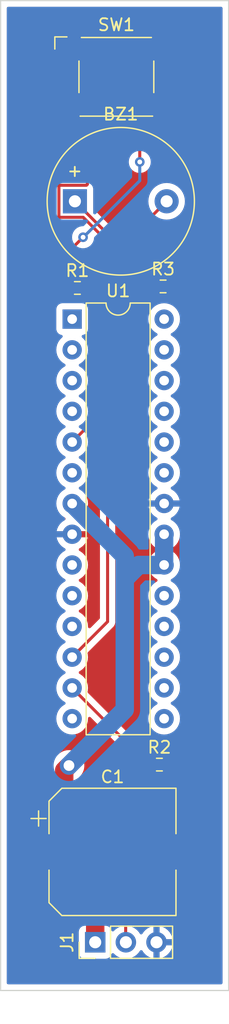
<source format=kicad_pcb>
(kicad_pcb (version 20210606) (generator pcbnew)
  (layers (0 "F.Cu" signal) (31 "B.Cu" signal) (34 "B.Paste" user) (35 "F.Paste" user) (36 "B.SilkS" user "B.Silkscreen") (37 "F.SilkS" user "F.Silkscreen") (38 "B.Mask" user) (39 "F.Mask" user) (44 "Edge.Cuts" user))
  (net 0 "")
  (net 1 "/BUZZ")
  (net 2 "Net-(BZ1-Pad2)")
  (net 3 "+5V")
  (net 4 "GND")
  (net 5 "Net-(J1-Pad2)")
  (net 6 "Net-(R1-Pad1)")
  (net 7 "Net-(U1-Pad13)")
  (net 8 "Net-(SW1-Pad1)")
  (footprint "Connector_PinHeader_2.54mm:PinHeader_1x03_P2.54mm_Vertical" (layer "F.Cu") (at 115.3056 123.9266 90)
    (fp_text reference "J1" (at 0 -2.33 90) (layer "F.SilkS"))
    (fp_text value "Conn_01x03_Male")
    (fp_line (start -1.33 -1.33) (end 0 -1.33) (layer "F.SilkS") (width 0.12))
    (fp_line (start 1.33 1.27) (end 1.33 6.41) (layer "F.SilkS") (width 0.12))
    (fp_line (start -1.33 1.27) (end 1.33 1.27) (layer "F.SilkS") (width 0.12))
    (fp_line (start -1.33 0) (end -1.33 -1.33) (layer "F.SilkS") (width 0.12))
    (fp_line (start -1.33 6.41) (end 1.33 6.41) (layer "F.SilkS") (width 0.12))
    (fp_line (start -1.33 1.27) (end -1.33 6.41) (layer "F.SilkS") (width 0.12))
    (pad "1" thru_hole rect locked (at 0 0 90) (size 1.7 1.7) (drill 1) (layers *.Cu *.Mask) (net 3 "+5V"))
    (pad "2" thru_hole oval locked (at 0 2.54 90) (size 1.7 1.7) (drill 1) (layers *.Cu *.Mask) (net 5 "Net-(J1-Pad2)"))
    (pad "3" thru_hole oval locked (at 0 5.08 90) (size 1.7 1.7) (drill 1) (layers *.Cu *.Mask) (net 4 "GND"))
  )
  (footprint "Button_Switch_SMD:SW_SPST_Omron_B3FS-105xP" (layer "F.Cu") (at 117.0603 52.4002)
    (fp_text reference "SW1" (at 0 -4.3) (layer "F.SilkS"))
    (fp_text value "SW_SPST")
    (fp_line (start -3.1 -1.3) (end -3.1 1.3) (layer "F.SilkS") (width 0.12))
    (fp_line (start 3 3.25) (end -3 3.25) (layer "F.SilkS") (width 0.12))
    (fp_line (start -5.1 -3.3) (end -4.1 -3.3) (layer "F.SilkS") (width 0.12))
    (fp_line (start -5.1 -2.3) (end -5.1 -3.3) (layer "F.SilkS") (width 0.12))
    (fp_line (start 2.9 -3.25) (end -2.9 -3.25) (layer "F.SilkS") (width 0.12))
    (fp_line (start 3.1 -1.3) (end 3.1 1.3) (layer "F.SilkS") (width 0.12))
    (pad "1" smd rect locked (at -4 -2.25 180) (size 1.6 1.4) (layers "F.Cu" "F.Paste" "F.Mask") (net 8 "Net-(SW1-Pad1)"))
    (pad "2" smd rect locked (at 4 -2.25 180) (size 1.6 1.4) (layers "F.Cu" "F.Paste" "F.Mask") (net 6 "Net-(R1-Pad1)"))
    (pad "3" smd rect locked (at -4 2.25 180) (size 1.6 1.4) (layers "F.Cu" "F.Paste" "F.Mask"))
    (pad "4" smd rect locked (at 4 2.25 180) (size 1.6 1.4) (layers "F.Cu" "F.Paste" "F.Mask"))
  )
  (footprint "Resistor_SMD:R_0603_1608Metric" (layer "F.Cu") (at 120.6246 109.2454)
    (fp_text reference "R2" (at 0 -1.43) (layer "F.SilkS"))
    (fp_text value "470")
    (fp_line (start -0.237258 -0.5225) (end 0.237258 -0.5225) (layer "F.SilkS") (width 0.12))
    (fp_line (start -0.237258 0.5225) (end 0.237258 0.5225) (layer "F.SilkS") (width 0.12))
    (pad "1" smd roundrect locked (at -0.825 0) (size 0.8 0.95) (layers "F.Cu" "F.Paste" "F.Mask") (net 7 "Net-(U1-Pad13)"))
    (pad "2" smd roundrect locked (at 0.825 0) (size 0.8 0.95) (layers "F.Cu" "F.Paste" "F.Mask") (net 5 "Net-(J1-Pad2)"))
  )
  (footprint "Package_DIP:DIP-28_W7.62mm" (layer "F.Cu") (at 113.3956 72.4254)
    (fp_text reference "U1" (at 3.81 -2.33) (layer "F.SilkS"))
    (fp_text value "ATmega328-P")
    (fp_line (start 6.46 34.35) (end 6.46 -1.33) (layer "F.SilkS") (width 0.12))
    (fp_line (start 1.16 -1.33) (end 1.16 34.35) (layer "F.SilkS") (width 0.12))
    (fp_line (start 6.46 -1.33) (end 4.81 -1.33) (layer "F.SilkS") (width 0.12))
    (fp_line (start 1.16 34.35) (end 6.46 34.35) (layer "F.SilkS") (width 0.12))
    (fp_line (start 2.81 -1.33) (end 1.16 -1.33) (layer "F.SilkS") (width 0.12))
    (fp_arc (start 3.81 -1.33) (end 2.81 -1.33) (angle -180) (layer "F.SilkS") (width 0.12))
    (pad "1" thru_hole rect locked (at 0 0) (size 1.6 1.6) (drill 0.8) (layers *.Cu *.Mask))
    (pad "2" thru_hole oval locked (at 0 2.54) (size 1.6 1.6) (drill 0.8) (layers *.Cu *.Mask))
    (pad "3" thru_hole oval locked (at 0 5.08) (size 1.6 1.6) (drill 0.8) (layers *.Cu *.Mask))
    (pad "4" thru_hole oval locked (at 0 7.62) (size 1.6 1.6) (drill 0.8) (layers *.Cu *.Mask))
    (pad "5" thru_hole oval locked (at 0 10.16) (size 1.6 1.6) (drill 0.8) (layers *.Cu *.Mask) (net 8 "Net-(SW1-Pad1)"))
    (pad "6" thru_hole oval locked (at 0 12.7) (size 1.6 1.6) (drill 0.8) (layers *.Cu *.Mask))
    (pad "7" thru_hole oval locked (at 0 15.24) (size 1.6 1.6) (drill 0.8) (layers *.Cu *.Mask) (net 3 "+5V"))
    (pad "8" thru_hole oval locked (at 0 17.78) (size 1.6 1.6) (drill 0.8) (layers *.Cu *.Mask) (net 4 "GND"))
    (pad "9" thru_hole oval locked (at 0 20.32) (size 1.6 1.6) (drill 0.8) (layers *.Cu *.Mask))
    (pad "10" thru_hole oval locked (at 0 22.86) (size 1.6 1.6) (drill 0.8) (layers *.Cu *.Mask))
    (pad "11" thru_hole oval locked (at 0 25.4) (size 1.6 1.6) (drill 0.8) (layers *.Cu *.Mask))
    (pad "12" thru_hole oval locked (at 0 27.94) (size 1.6 1.6) (drill 0.8) (layers *.Cu *.Mask) (net 1 "/BUZZ"))
    (pad "13" thru_hole oval locked (at 0 30.48) (size 1.6 1.6) (drill 0.8) (layers *.Cu *.Mask) (net 7 "Net-(U1-Pad13)"))
    (pad "14" thru_hole oval locked (at 0 33.02) (size 1.6 1.6) (drill 0.8) (layers *.Cu *.Mask))
    (pad "15" thru_hole oval locked (at 7.62 33.02) (size 1.6 1.6) (drill 0.8) (layers *.Cu *.Mask))
    (pad "16" thru_hole oval locked (at 7.62 30.48) (size 1.6 1.6) (drill 0.8) (layers *.Cu *.Mask))
    (pad "17" thru_hole oval locked (at 7.62 27.94) (size 1.6 1.6) (drill 0.8) (layers *.Cu *.Mask))
    (pad "18" thru_hole oval locked (at 7.62 25.4) (size 1.6 1.6) (drill 0.8) (layers *.Cu *.Mask))
    (pad "19" thru_hole oval locked (at 7.62 22.86) (size 1.6 1.6) (drill 0.8) (layers *.Cu *.Mask))
    (pad "20" thru_hole oval locked (at 7.62 20.32) (size 1.6 1.6) (drill 0.8) (layers *.Cu *.Mask) (net 3 "+5V"))
    (pad "21" thru_hole oval locked (at 7.62 17.78) (size 1.6 1.6) (drill 0.8) (layers *.Cu *.Mask) (net 3 "+5V"))
    (pad "22" thru_hole oval locked (at 7.62 15.24) (size 1.6 1.6) (drill 0.8) (layers *.Cu *.Mask) (net 4 "GND"))
    (pad "23" thru_hole oval locked (at 7.62 12.7) (size 1.6 1.6) (drill 0.8) (layers *.Cu *.Mask))
    (pad "24" thru_hole oval locked (at 7.62 10.16) (size 1.6 1.6) (drill 0.8) (layers *.Cu *.Mask))
    (pad "25" thru_hole oval locked (at 7.62 7.62) (size 1.6 1.6) (drill 0.8) (layers *.Cu *.Mask))
    (pad "26" thru_hole oval locked (at 7.62 5.08) (size 1.6 1.6) (drill 0.8) (layers *.Cu *.Mask))
    (pad "27" thru_hole oval locked (at 7.62 2.54) (size 1.6 1.6) (drill 0.8) (layers *.Cu *.Mask))
    (pad "28" thru_hole oval locked (at 7.62 0) (size 1.6 1.6) (drill 0.8) (layers *.Cu *.Mask))
  )
  (footprint "Capacitor_SMD:CP_Elec_10x10" (layer "F.Cu") (at 116.7384 116.459)
    (fp_text reference "C1" (at 0 -6.2) (layer "F.SilkS"))
    (fp_text value "1000uF")
    (fp_line (start -6.125 -3.385) (end -6.125 -2.135) (layer "F.SilkS") (width 0.12))
    (fp_line (start 5.26 -5.26) (end 5.26 -1.51) (layer "F.SilkS") (width 0.12))
    (fp_line (start -5.26 4.195563) (end -4.195563 5.26) (layer "F.SilkS") (width 0.12))
    (fp_line (start -5.26 4.195563) (end -5.26 1.51) (layer "F.SilkS") (width 0.12))
    (fp_line (start -4.195563 5.26) (end 5.26 5.26) (layer "F.SilkS") (width 0.12))
    (fp_line (start -5.26 -4.195563) (end -4.195563 -5.26) (layer "F.SilkS") (width 0.12))
    (fp_line (start -6.75 -2.76) (end -5.5 -2.76) (layer "F.SilkS") (width 0.12))
    (fp_line (start -5.26 -4.195563) (end -5.26 -1.51) (layer "F.SilkS") (width 0.12))
    (fp_line (start 5.26 5.26) (end 5.26 1.51) (layer "F.SilkS") (width 0.12))
    (fp_line (start -4.195563 -5.26) (end 5.26 -5.26) (layer "F.SilkS") (width 0.12))
    (pad "1" smd roundrect locked (at -4 0) (size 4 2.5) (layers "F.Cu" "F.Paste" "F.Mask") (roundrect_rratio 0.1) (net 3 "+5V"))
    (pad "2" smd roundrect locked (at 4 0) (size 4 2.5) (layers "F.Cu" "F.Paste" "F.Mask") (roundrect_rratio 0.1) (net 4 "GND"))
  )
  (footprint "Resistor_SMD:R_0603_1608Metric" (layer "F.Cu") (at 120.9294 69.723)
    (fp_text reference "R3" (at 0 -1.43) (layer "F.SilkS"))
    (fp_text value "220")
    (fp_line (start -0.237258 -0.5225) (end 0.237258 -0.5225) (layer "F.SilkS") (width 0.12))
    (fp_line (start -0.237258 0.5225) (end 0.237258 0.5225) (layer "F.SilkS") (width 0.12))
    (pad "1" smd roundrect locked (at -0.825 0) (size 0.8 0.95) (layers "F.Cu" "F.Paste" "F.Mask") (net 2 "Net-(BZ1-Pad2)"))
    (pad "2" smd roundrect locked (at 0.825 0) (size 0.8 0.95) (layers "F.Cu" "F.Paste" "F.Mask") (net 4 "GND"))
  )
  (footprint "Buzzer_Beeper:Buzzer_12x9.5RM7.6" (layer "F.Cu") (at 113.6242 62.6872)
    (fp_text reference "BZ1" (at 3.8 -7.2) (layer "F.SilkS"))
    (fp_text value "Buzzer")
    (fp_text user "+" (at -0.01 -2.54) (layer "F.SilkS"))
    (fp_circle (center 3.8 0) (end 9.9 0) (layer "F.SilkS") (width 0.12) (fill none))
    (pad "1" thru_hole rect locked (at 0 0) (size 2 2) (drill 1) (layers *.Cu *.Mask) (net 1 "/BUZZ"))
    (pad "2" thru_hole circle locked (at 7.6 0) (size 2 2) (drill 1) (layers *.Cu *.Mask) (net 2 "Net-(BZ1-Pad2)"))
  )
  (footprint "Resistor_SMD:R_0603_1608Metric" (layer "F.Cu") (at 113.8296 69.85)
    (fp_text reference "R1" (at 0 -1.43) (layer "F.SilkS"))
    (fp_text value "10k")
    (fp_line (start -0.237258 -0.5225) (end 0.237258 -0.5225) (layer "F.SilkS") (width 0.12))
    (fp_line (start -0.237258 0.5225) (end 0.237258 0.5225) (layer "F.SilkS") (width 0.12))
    (pad "1" smd roundrect locked (at -0.825 0) (size 0.8 0.95) (layers "F.Cu" "F.Paste" "F.Mask") (net 6 "Net-(R1-Pad1)"))
    (pad "2" smd roundrect locked (at 0.825 0) (size 0.8 0.95) (layers "F.Cu" "F.Paste" "F.Mask") (net 4 "GND"))
  )
  (gr_rect (start 107.4674 46.101) (end 126.365 127.9144) (layer "Edge.Cuts") (width 0.1) (fill none))
  (segment (start 113.3956 100.3654) (end 116.332 97.429) (width 0.25) (layer "F.Cu") (net 1))
  (segment (start 116.332 65.395) (end 113.6242 62.6872) (width 0.25) (layer "F.Cu") (net 1))
  (segment (start 116.332 97.429) (end 116.332 65.395) (width 0.25) (layer "F.Cu") (net 1))
  (segment (start 120.1044 69.723) (end 120.1044 63.807) (width 0.25) (layer "F.Cu") (net 2))
  (segment (start 120.1044 63.807) (end 121.2242 62.6872) (width 0.25) (layer "F.Cu") (net 2))
  (segment (start 112.7384 116.459) (end 112.7384 109.7148) (width 1.524) (layer "F.Cu") (net 3))
  (segment (start 115.3056 119.0262) (end 115.3056 123.9266) (width 1.524) (layer "F.Cu") (net 3))
  (segment (start 112.7384 116.459) (end 115.3056 119.0262) (width 1.524) (layer "F.Cu") (net 3))
  (segment (start 112.7384 109.7148) (end 113.1316 109.3216) (width 1.524) (layer "F.Cu") (net 3))
  (via (at 113.1316 109.3216) (size 1.524) (drill 0.889) (layers "F.Cu" "B.Cu") (net 3))
  (segment (start 117.7544 93.9038) (end 117.7544 92.0242) (width 1.524) (layer "B.Cu") (net 3))
  (segment (start 113.1316 109.3216) (end 117.7544 104.6988) (width 1.524) (layer "B.Cu") (net 3))
  (segment (start 117.7544 92.0242) (end 113.3956 87.6654) (width 1.524) (layer "B.Cu") (net 3))
  (segment (start 121.0156 92.7454) (end 121.0156 90.2054) (width 1.524) (layer "B.Cu") (net 3))
  (segment (start 118.9128 92.7454) (end 121.0156 92.7454) (width 1.524) (layer "B.Cu") (net 3))
  (segment (start 117.7544 104.6988) (end 117.7544 93.9038) (width 1.524) (layer "B.Cu") (net 3))
  (segment (start 117.7544 93.9038) (end 118.9128 92.7454) (width 1.524) (layer "B.Cu") (net 3))
  (segment (start 121.4496 109.2454) (end 121.4496 110.1984) (width 0.25) (layer "F.Cu") (net 5))
  (segment (start 117.8306 113.8174) (end 117.8306 123.9116) (width 0.25) (layer "F.Cu") (net 5))
  (segment (start 121.4496 110.1984) (end 117.8306 113.8174) (width 0.25) (layer "F.Cu") (net 5))
  (segment (start 117.8306 123.9116) (end 117.8456 123.9266) (width 0.25) (layer "F.Cu") (net 5))
  (segment (start 118.9228 52.2877) (end 121.0603 50.1502) (width 0.25) (layer "F.Cu") (net 6))
  (segment (start 118.9228 57.4294) (end 118.9228 52.2877) (width 0.25) (layer "F.Cu") (net 6))
  (segment (start 113.0046 66.9544) (end 114.3 65.659) (width 0.25) (layer "F.Cu") (net 6))
  (segment (start 113.0046 69.85) (end 113.0046 66.9544) (width 0.25) (layer "F.Cu") (net 6))
  (segment (start 118.999 57.5056) (end 118.9228 57.4294) (width 0.25) (layer "F.Cu") (net 6))
  (segment (start 118.999 59.436) (end 118.999 57.5056) (width 0.25) (layer "F.Cu") (net 6))
  (via (at 114.3 65.659) (size 0.8) (drill 0.4) (layers "F.Cu" "B.Cu") (net 6))
  (via (at 118.999 59.436) (size 0.8) (drill 0.4) (layers "F.Cu" "B.Cu") (net 6))
  (segment (start 118.999 59.436) (end 118.999 60.9854) (width 0.25) (layer "B.Cu") (net 6))
  (segment (start 114.3254 65.659) (end 114.3 65.659) (width 0.25) (layer "B.Cu") (net 6))
  (segment (start 118.999 60.9854) (end 114.3254 65.659) (width 0.25) (layer "B.Cu") (net 6))
  (segment (start 119.7356 109.2454) (end 119.7996 109.2454) (width 0.25) (layer "F.Cu") (net 7))
  (segment (start 113.3956 102.9054) (end 119.7356 109.2454) (width 0.25) (layer "F.Cu") (net 7))
  (segment (start 114.6556 61.2902) (end 114.583111 61.362689) (width 0.25) (layer "F.Cu") (net 8))
  (segment (start 115.88248 80.09852) (end 113.3956 82.5854) (width 0.25) (layer "F.Cu") (net 8))
  (segment (start 114.6556 51.7455) (end 114.6556 61.2902) (width 0.25) (layer "F.Cu") (net 8))
  (segment (start 114.583111 61.362689) (end 112.299689 61.362689) (width 0.25) (layer "F.Cu") (net 8))
  (segment (start 113.0603 50.1502) (end 114.6556 51.7455) (width 0.25) (layer "F.Cu") (net 8))
  (segment (start 112.299689 64.011711) (end 114.312993 64.011711) (width 0.25) (layer "F.Cu") (net 8))
  (segment (start 115.88248 65.581198) (end 115.88248 80.09852) (width 0.25) (layer "F.Cu") (net 8))
  (segment (start 112.299689 61.362689) (end 112.299689 64.011711) (width 0.25) (layer "F.Cu") (net 8))
  (segment (start 114.312993 64.011711) (end 115.88248 65.581198) (width 0.25) (layer "F.Cu") (net 8))
  (zone (net 4) (net_name "GND") (layers F&B.Cu) (connect_pads (clearance 0.508)) (min_thickness 0.254) (fill yes (thermal_gap 0.508) (thermal_bridge_width 0.508))
    (polygon (pts (xy 126.365 127.9144) (xy 107.4674 127.9144) (xy 107.4674 46.0756) (xy 126.365 46.0756)))
  )
)
</source>
